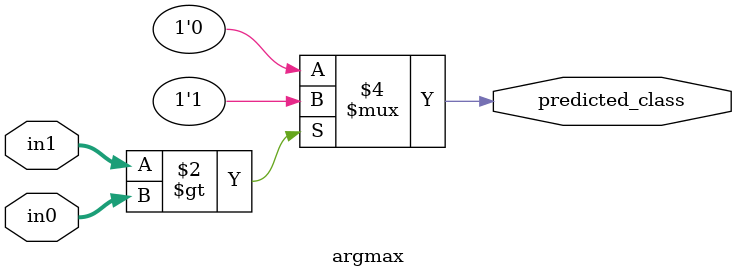
<source format=v>
module argmax #(
    parameter DATA_WIDTH = 32
)(
    input signed [DATA_WIDTH-1:0] in0,
    input signed [DATA_WIDTH-1:0] in1,
    output reg [0:0] predicted_class
);

    always @(*) begin
        if (in1 > in0)
            predicted_class = 1;
        else
            predicted_class = 0;
    end

endmodule

</source>
